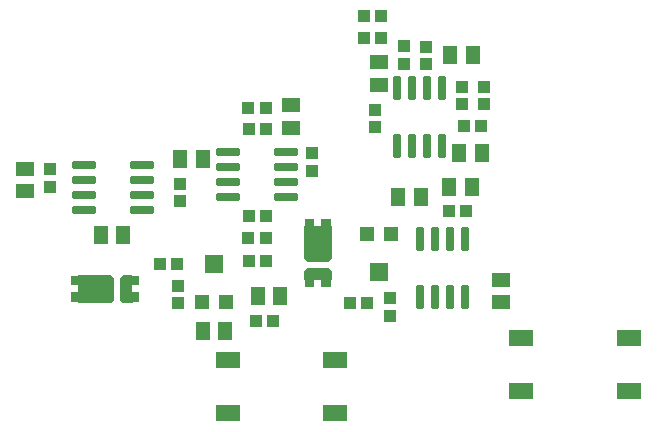
<source format=gbr>
G04*
G04 #@! TF.GenerationSoftware,Altium Limited,Altium Designer,24.0.1 (36)*
G04*
G04 Layer_Color=8421504*
%FSLAX44Y44*%
%MOMM*%
G71*
G04*
G04 #@! TF.SameCoordinates,8FF7991A-89D8-4168-8CAE-93076DC636D7*
G04*
G04*
G04 #@! TF.FilePolarity,Positive*
G04*
G01*
G75*
%ADD17R,2.1000X1.4000*%
%ADD18R,1.3000X1.5000*%
%ADD19R,1.0200X1.0400*%
%ADD20R,1.0400X1.0200*%
%ADD21R,1.2000X1.2000*%
%ADD22R,1.6000X1.5000*%
%ADD23R,1.5000X1.3000*%
G04:AMPARAMS|DCode=24|XSize=1.97mm|YSize=0.6mm|CornerRadius=0.075mm|HoleSize=0mm|Usage=FLASHONLY|Rotation=180.000|XOffset=0mm|YOffset=0mm|HoleType=Round|Shape=RoundedRectangle|*
%AMROUNDEDRECTD24*
21,1,1.9700,0.4500,0,0,180.0*
21,1,1.8200,0.6000,0,0,180.0*
1,1,0.1500,-0.9100,0.2250*
1,1,0.1500,0.9100,0.2250*
1,1,0.1500,0.9100,-0.2250*
1,1,0.1500,-0.9100,-0.2250*
%
%ADD24ROUNDEDRECTD24*%
G04:AMPARAMS|DCode=25|XSize=1.97mm|YSize=0.6mm|CornerRadius=0.075mm|HoleSize=0mm|Usage=FLASHONLY|Rotation=90.000|XOffset=0mm|YOffset=0mm|HoleType=Round|Shape=RoundedRectangle|*
%AMROUNDEDRECTD25*
21,1,1.9700,0.4500,0,0,90.0*
21,1,1.8200,0.6000,0,0,90.0*
1,1,0.1500,0.2250,0.9100*
1,1,0.1500,0.2250,-0.9100*
1,1,0.1500,-0.2250,-0.9100*
1,1,0.1500,-0.2250,0.9100*
%
%ADD25ROUNDEDRECTD25*%
G36*
X290202Y166326D02*
Y148126D01*
X287302Y145226D01*
X260102D01*
X259002Y146226D01*
X253702D01*
Y154226D01*
X259702D01*
Y160226D01*
X253702D01*
Y168226D01*
X259002D01*
X260102Y169226D01*
X287302D01*
X290202Y166326D01*
D02*
G37*
G36*
X306402Y168226D02*
X311702D01*
Y160226D01*
X305702D01*
Y154226D01*
X311702D01*
Y146226D01*
X306402D01*
X305302Y145226D01*
X298102D01*
X295202Y148126D01*
Y166326D01*
X298102Y169226D01*
X305302D01*
X306402Y168226D01*
D02*
G37*
G36*
X473788Y163976D02*
Y158676D01*
X465788D01*
Y164676D01*
X459788D01*
Y158676D01*
X451788D01*
Y163976D01*
X450788Y165076D01*
Y172276D01*
X453688Y175176D01*
X471888D01*
X474788Y172276D01*
Y165076D01*
X473788Y163976D01*
D02*
G37*
G36*
X471888Y180176D02*
X453688D01*
X450788Y183076D01*
Y210276D01*
X451788Y211376D01*
Y216676D01*
X459788D01*
Y210676D01*
X465788D01*
Y216676D01*
X473788D01*
Y211376D01*
X474788Y210276D01*
Y183076D01*
X471888Y180176D01*
D02*
G37*
D17*
X386554Y51668D02*
D03*
Y96668D02*
D03*
X477554D02*
D03*
Y51668D02*
D03*
X634966Y115718D02*
D03*
Y70718D02*
D03*
X725966D02*
D03*
Y115718D02*
D03*
D18*
X384404Y121678D02*
D03*
X365404D02*
D03*
X297790Y202438D02*
D03*
X278790D02*
D03*
X346354Y266700D02*
D03*
X365354D02*
D03*
X431038Y150887D02*
D03*
X412038D02*
D03*
X574700Y355092D02*
D03*
X593700D02*
D03*
X582320Y271780D02*
D03*
X601320D02*
D03*
X573938Y243332D02*
D03*
X592938D02*
D03*
X549910Y234696D02*
D03*
X530910D02*
D03*
D19*
X343916Y144808D02*
D03*
Y159508D02*
D03*
X235966Y258302D02*
D03*
Y243602D02*
D03*
X457454Y257318D02*
D03*
Y272018D02*
D03*
X345694Y231156D02*
D03*
Y245856D02*
D03*
X511048Y308878D02*
D03*
Y294178D02*
D03*
X535432Y347726D02*
D03*
Y362426D02*
D03*
X553974Y362172D02*
D03*
Y347472D02*
D03*
X584962Y328406D02*
D03*
Y313706D02*
D03*
X603758Y328406D02*
D03*
Y313706D02*
D03*
X524002Y134382D02*
D03*
Y149082D02*
D03*
D20*
X328946Y178573D02*
D03*
X343646D02*
D03*
X403876Y310642D02*
D03*
X418576D02*
D03*
X404400Y292100D02*
D03*
X419100D02*
D03*
Y218694D02*
D03*
X404400D02*
D03*
X403892Y199898D02*
D03*
X418592D02*
D03*
X404146Y181102D02*
D03*
X418846D02*
D03*
X410386Y129911D02*
D03*
X425086D02*
D03*
X501666Y369824D02*
D03*
X516366D02*
D03*
Y388112D02*
D03*
X501666D02*
D03*
X586264Y295148D02*
D03*
X600964D02*
D03*
X573564Y222758D02*
D03*
X588264D02*
D03*
X504682Y145542D02*
D03*
X489982D02*
D03*
D21*
X384904Y145820D02*
D03*
X364904D02*
D03*
X504604Y203944D02*
D03*
X524604D02*
D03*
D22*
X374904Y178319D02*
D03*
X514604Y171444D02*
D03*
D23*
X214376Y258674D02*
D03*
Y239674D02*
D03*
X439928Y312522D02*
D03*
Y293522D02*
D03*
X514858Y348996D02*
D03*
Y329996D02*
D03*
X617982Y164592D02*
D03*
Y145592D02*
D03*
D24*
X314068Y224282D02*
D03*
Y236982D02*
D03*
Y249682D02*
D03*
Y262382D02*
D03*
X264668D02*
D03*
Y249682D02*
D03*
Y236982D02*
D03*
Y224282D02*
D03*
X386718Y272796D02*
D03*
Y260096D02*
D03*
Y247396D02*
D03*
Y234696D02*
D03*
X436118D02*
D03*
Y247396D02*
D03*
Y260096D02*
D03*
Y272796D02*
D03*
D25*
X548878Y150042D02*
D03*
X561578D02*
D03*
X574278D02*
D03*
X586978D02*
D03*
Y199442D02*
D03*
X574278D02*
D03*
X561578D02*
D03*
X548878D02*
D03*
X567690Y278068D02*
D03*
X554990D02*
D03*
X542290D02*
D03*
X529590D02*
D03*
Y327468D02*
D03*
X542290D02*
D03*
X554990D02*
D03*
X567690D02*
D03*
M02*

</source>
